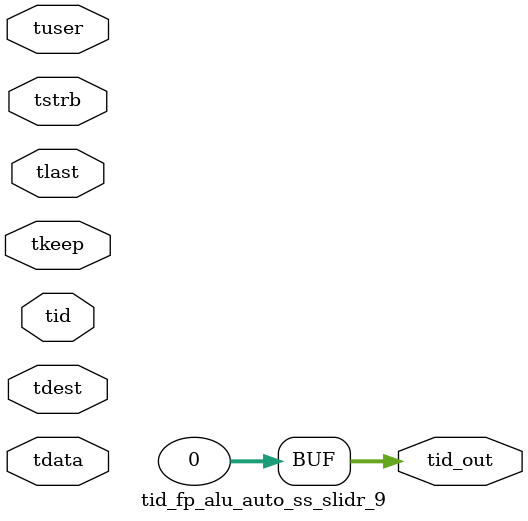
<source format=v>


`timescale 1ps/1ps

module tid_fp_alu_auto_ss_slidr_9 #
(
parameter C_S_AXIS_TID_WIDTH   = 1,
parameter C_S_AXIS_TUSER_WIDTH = 0,
parameter C_S_AXIS_TDATA_WIDTH = 0,
parameter C_S_AXIS_TDEST_WIDTH = 0,
parameter C_M_AXIS_TID_WIDTH   = 32
)
(
input  [(C_S_AXIS_TID_WIDTH   == 0 ? 1 : C_S_AXIS_TID_WIDTH)-1:0       ] tid,
input  [(C_S_AXIS_TDATA_WIDTH == 0 ? 1 : C_S_AXIS_TDATA_WIDTH)-1:0     ] tdata,
input  [(C_S_AXIS_TUSER_WIDTH == 0 ? 1 : C_S_AXIS_TUSER_WIDTH)-1:0     ] tuser,
input  [(C_S_AXIS_TDEST_WIDTH == 0 ? 1 : C_S_AXIS_TDEST_WIDTH)-1:0     ] tdest,
input  [(C_S_AXIS_TDATA_WIDTH/8)-1:0 ] tkeep,
input  [(C_S_AXIS_TDATA_WIDTH/8)-1:0 ] tstrb,
input                                                                    tlast,
output [(C_M_AXIS_TID_WIDTH   == 0 ? 1 : C_M_AXIS_TID_WIDTH)-1:0       ] tid_out
);

assign tid_out = {1'b0};

endmodule


</source>
